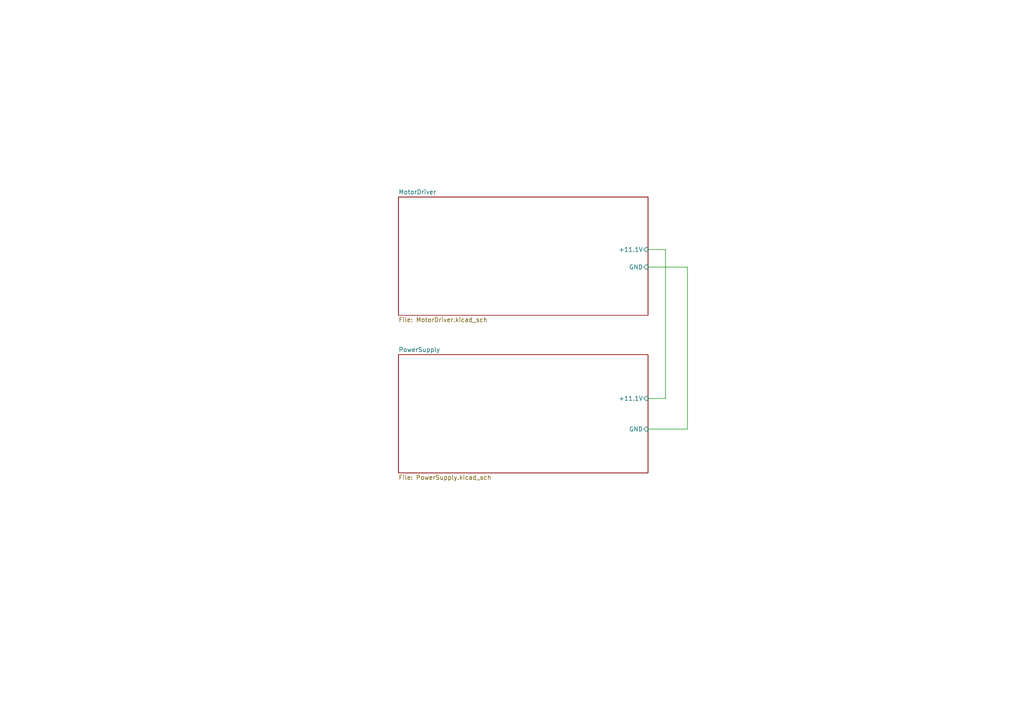
<source format=kicad_sch>
(kicad_sch
	(version 20250114)
	(generator "eeschema")
	(generator_version "9.0")
	(uuid "0e47353c-e379-4092-8ca2-b6506204146a")
	(paper "A4")
	(title_block
		(title "Power Supply + Motor Driver with Track Widths + Heatsink")
		(date "2025-07-29")
		(rev "4")
		(company "Arnold Joseph C. Najera Jr.")
	)
	(lib_symbols)
	(wire
		(pts
			(xy 193.04 72.39) (xy 193.04 115.57)
		)
		(stroke
			(width 0)
			(type default)
		)
		(uuid "59b13265-2e04-4266-bd08-504da1d5d155")
	)
	(wire
		(pts
			(xy 193.04 115.57) (xy 187.96 115.57)
		)
		(stroke
			(width 0)
			(type default)
		)
		(uuid "8df5bc61-3db8-47bf-8369-0eead19de1e0")
	)
	(wire
		(pts
			(xy 187.96 72.39) (xy 193.04 72.39)
		)
		(stroke
			(width 0)
			(type default)
		)
		(uuid "90db0de7-1926-48da-a5ce-acc2c6c0e6ba")
	)
	(wire
		(pts
			(xy 199.39 124.46) (xy 199.39 77.47)
		)
		(stroke
			(width 0)
			(type default)
		)
		(uuid "acb7167a-3522-45a2-a9b1-3a0bf676828e")
	)
	(wire
		(pts
			(xy 187.96 124.46) (xy 199.39 124.46)
		)
		(stroke
			(width 0)
			(type default)
		)
		(uuid "bdac76f7-2223-4dc8-9560-e352e9a55b55")
	)
	(wire
		(pts
			(xy 199.39 77.47) (xy 187.96 77.47)
		)
		(stroke
			(width 0)
			(type default)
		)
		(uuid "e4aaabcc-f33e-4248-b39a-6db53fbcdf03")
	)
	(sheet
		(at 115.57 57.15)
		(size 72.39 34.29)
		(exclude_from_sim no)
		(in_bom yes)
		(on_board yes)
		(dnp no)
		(fields_autoplaced yes)
		(stroke
			(width 0.1524)
			(type solid)
		)
		(fill
			(color 0 0 0 0.0000)
		)
		(uuid "52c14850-a394-4c59-9ae9-636922d6cbb0")
		(property "Sheetname" "MotorDriver"
			(at 115.57 56.4384 0)
			(effects
				(font
					(size 1.27 1.27)
				)
				(justify left bottom)
			)
		)
		(property "Sheetfile" "MotorDriver.kicad_sch"
			(at 115.57 92.0246 0)
			(effects
				(font
					(size 1.27 1.27)
				)
				(justify left top)
			)
		)
		(pin "+11.1V" input
			(at 187.96 72.39 0)
			(uuid "9aaeef3f-44a0-4a13-8c3d-ad7c7ecd2515")
			(effects
				(font
					(size 1.27 1.27)
				)
				(justify right)
			)
		)
		(pin "GND" input
			(at 187.96 77.47 0)
			(uuid "dae3eb08-8b32-41df-9968-abf917e86cf9")
			(effects
				(font
					(size 1.27 1.27)
				)
				(justify right)
			)
		)
		(instances
			(project "NAJERA_PA5"
				(path "/0e47353c-e379-4092-8ca2-b6506204146a"
					(page "2")
				)
			)
		)
	)
	(sheet
		(at 115.57 102.87)
		(size 72.39 34.29)
		(exclude_from_sim no)
		(in_bom yes)
		(on_board yes)
		(dnp no)
		(fields_autoplaced yes)
		(stroke
			(width 0.1524)
			(type solid)
		)
		(fill
			(color 0 0 0 0.0000)
		)
		(uuid "7f2ae712-f6c5-4964-9337-3f4ee341cb99")
		(property "Sheetname" "PowerSupply"
			(at 115.57 102.1584 0)
			(effects
				(font
					(size 1.27 1.27)
				)
				(justify left bottom)
			)
		)
		(property "Sheetfile" "PowerSupply.kicad_sch"
			(at 115.57 137.7446 0)
			(effects
				(font
					(size 1.27 1.27)
				)
				(justify left top)
			)
		)
		(pin "+11.1V" input
			(at 187.96 115.57 0)
			(uuid "10b38e5d-df0c-4455-b37b-323595355fcd")
			(effects
				(font
					(size 1.27 1.27)
				)
				(justify right)
			)
		)
		(pin "GND" input
			(at 187.96 124.46 0)
			(uuid "29fb3039-9e83-4133-b4c3-5cc7cc466457")
			(effects
				(font
					(size 1.27 1.27)
				)
				(justify right)
			)
		)
		(instances
			(project "NAJERA_PA5"
				(path "/0e47353c-e379-4092-8ca2-b6506204146a"
					(page "3")
				)
			)
		)
	)
	(sheet_instances
		(path "/"
			(page "1")
		)
	)
	(embedded_fonts no)
)

</source>
